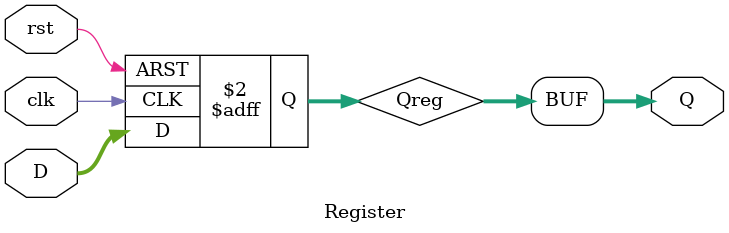
<source format=sv>
/* Registro parametrizable
*  Basado en código visto en clase.
*/

module Register #(parameter N = 8)(input clk, rst, 
											  input [N-1:0] D,
											  output [N-1:0] Q);
	reg [N-1:0] Qreg;
	assign Q = Qreg;
	
	always_ff @(negedge clk or posedge rst)
		if (rst) Qreg = 8'h00;
		else
			Qreg = D;
		
endmodule 
</source>
